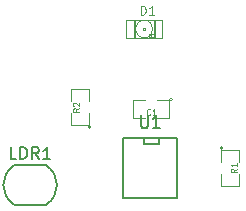
<source format=gto>
G04 (created by PCBNEW (2013-07-07 BZR 4022)-stable) date 2/02/2014 9:55:01 p.m.*
%MOIN*%
G04 Gerber Fmt 3.4, Leading zero omitted, Abs format*
%FSLAX34Y34*%
G01*
G70*
G90*
G04 APERTURE LIST*
%ADD10C,0.00590551*%
%ADD11C,0.005*%
%ADD12C,0.0026*%
%ADD13C,0.004*%
%ADD14C,0.0039*%
%ADD15C,0.0035*%
%ADD16C,0.0043*%
G04 APERTURE END LIST*
G54D10*
G54D11*
X62199Y-40023D02*
X62199Y-42023D01*
X62199Y-42023D02*
X60399Y-42023D01*
X60399Y-42023D02*
X60399Y-40023D01*
X60399Y-40023D02*
X62199Y-40023D01*
X61599Y-40023D02*
X61599Y-40223D01*
X61599Y-40223D02*
X61099Y-40223D01*
X61099Y-40223D02*
X61099Y-40023D01*
G54D12*
X61061Y-36439D02*
X61139Y-36439D01*
X61139Y-36439D02*
X61139Y-36361D01*
X61061Y-36361D02*
X61139Y-36361D01*
X61061Y-36439D02*
X61061Y-36361D01*
X61277Y-36675D02*
X61414Y-36675D01*
X61414Y-36675D02*
X61414Y-36577D01*
X61277Y-36577D02*
X61414Y-36577D01*
X61277Y-36675D02*
X61277Y-36577D01*
X61414Y-36675D02*
X61454Y-36675D01*
X61454Y-36675D02*
X61454Y-36204D01*
X61414Y-36204D02*
X61454Y-36204D01*
X61414Y-36675D02*
X61414Y-36204D01*
X61414Y-36184D02*
X61454Y-36184D01*
X61454Y-36184D02*
X61454Y-36125D01*
X61414Y-36125D02*
X61454Y-36125D01*
X61414Y-36184D02*
X61414Y-36125D01*
X60746Y-36675D02*
X60786Y-36675D01*
X60786Y-36675D02*
X60786Y-36204D01*
X60746Y-36204D02*
X60786Y-36204D01*
X60746Y-36675D02*
X60746Y-36204D01*
X60746Y-36184D02*
X60786Y-36184D01*
X60786Y-36184D02*
X60786Y-36125D01*
X60746Y-36125D02*
X60786Y-36125D01*
X60746Y-36184D02*
X60746Y-36125D01*
X61277Y-36675D02*
X61336Y-36675D01*
X61336Y-36675D02*
X61336Y-36577D01*
X61277Y-36577D02*
X61336Y-36577D01*
X61277Y-36675D02*
X61277Y-36577D01*
G54D13*
X61710Y-36695D02*
X60490Y-36695D01*
X60490Y-36695D02*
X60490Y-36105D01*
X60490Y-36105D02*
X61710Y-36105D01*
X61710Y-36105D02*
X61710Y-36695D01*
X60884Y-36596D02*
G75*
G03X61316Y-36595I215J196D01*
G74*
G01*
X60884Y-36203D02*
G75*
G03X60883Y-36595I215J-196D01*
G74*
G01*
X61315Y-36203D02*
G75*
G03X60883Y-36204I-215J-196D01*
G74*
G01*
X61315Y-36596D02*
G75*
G03X61316Y-36204I-215J196D01*
G74*
G01*
G54D10*
X56776Y-40937D02*
G75*
G03X56787Y-42269I405J-662D01*
G74*
G01*
X57823Y-42262D02*
G75*
G03X57812Y-40930I-405J662D01*
G74*
G01*
X56788Y-40930D02*
X57811Y-40930D01*
X57811Y-42269D02*
X56788Y-42269D01*
G54D14*
X62038Y-38755D02*
G75*
G03X62038Y-38755I-50J0D01*
G74*
G01*
X61538Y-38755D02*
X61938Y-38755D01*
X61938Y-38755D02*
X61938Y-39355D01*
X61938Y-39355D02*
X61538Y-39355D01*
X61138Y-39355D02*
X60738Y-39355D01*
X60738Y-39355D02*
X60738Y-38755D01*
X60738Y-38755D02*
X61138Y-38755D01*
X63726Y-40373D02*
G75*
G03X63726Y-40373I-50J0D01*
G74*
G01*
X63676Y-40823D02*
X63676Y-40423D01*
X63676Y-40423D02*
X64276Y-40423D01*
X64276Y-40423D02*
X64276Y-40823D01*
X64276Y-41223D02*
X64276Y-41623D01*
X64276Y-41623D02*
X63676Y-41623D01*
X63676Y-41623D02*
X63676Y-41223D01*
X59326Y-39665D02*
G75*
G03X59326Y-39665I-50J0D01*
G74*
G01*
X59276Y-39215D02*
X59276Y-39615D01*
X59276Y-39615D02*
X58676Y-39615D01*
X58676Y-39615D02*
X58676Y-39215D01*
X58676Y-38815D02*
X58676Y-38415D01*
X58676Y-38415D02*
X59276Y-38415D01*
X59276Y-38415D02*
X59276Y-38815D01*
G54D11*
X60994Y-39259D02*
X60994Y-39623D01*
X61013Y-39666D01*
X61032Y-39688D01*
X61070Y-39709D01*
X61146Y-39709D01*
X61184Y-39688D01*
X61203Y-39666D01*
X61223Y-39623D01*
X61223Y-39259D01*
X61623Y-39709D02*
X61394Y-39709D01*
X61508Y-39709D02*
X61508Y-39259D01*
X61470Y-39323D01*
X61432Y-39366D01*
X61394Y-39388D01*
G54D15*
X60978Y-35921D02*
X60978Y-35621D01*
X61050Y-35621D01*
X61092Y-35635D01*
X61121Y-35664D01*
X61135Y-35692D01*
X61150Y-35750D01*
X61150Y-35792D01*
X61135Y-35850D01*
X61121Y-35878D01*
X61092Y-35907D01*
X61050Y-35921D01*
X60978Y-35921D01*
X61435Y-35921D02*
X61264Y-35921D01*
X61350Y-35921D02*
X61350Y-35621D01*
X61321Y-35664D01*
X61292Y-35692D01*
X61264Y-35707D01*
G54D10*
X56840Y-40735D02*
X56653Y-40735D01*
X56653Y-40342D01*
X56971Y-40735D02*
X56971Y-40342D01*
X57065Y-40342D01*
X57121Y-40360D01*
X57159Y-40398D01*
X57178Y-40435D01*
X57196Y-40510D01*
X57196Y-40567D01*
X57178Y-40641D01*
X57159Y-40679D01*
X57121Y-40716D01*
X57065Y-40735D01*
X56971Y-40735D01*
X57590Y-40735D02*
X57459Y-40548D01*
X57365Y-40735D02*
X57365Y-40342D01*
X57515Y-40342D01*
X57553Y-40360D01*
X57571Y-40379D01*
X57590Y-40417D01*
X57590Y-40473D01*
X57571Y-40510D01*
X57553Y-40529D01*
X57515Y-40548D01*
X57365Y-40548D01*
X57965Y-40735D02*
X57740Y-40735D01*
X57853Y-40735D02*
X57853Y-40342D01*
X57815Y-40398D01*
X57778Y-40435D01*
X57740Y-40454D01*
G54D16*
X61305Y-39241D02*
X61296Y-39250D01*
X61268Y-39259D01*
X61249Y-39259D01*
X61221Y-39250D01*
X61202Y-39231D01*
X61193Y-39212D01*
X61183Y-39175D01*
X61183Y-39147D01*
X61193Y-39109D01*
X61202Y-39090D01*
X61221Y-39072D01*
X61249Y-39062D01*
X61268Y-39062D01*
X61296Y-39072D01*
X61305Y-39081D01*
X61493Y-39259D02*
X61380Y-39259D01*
X61437Y-39259D02*
X61437Y-39062D01*
X61418Y-39090D01*
X61399Y-39109D01*
X61380Y-39119D01*
X64181Y-41056D02*
X64087Y-41122D01*
X64181Y-41169D02*
X63984Y-41169D01*
X63984Y-41093D01*
X63993Y-41075D01*
X64002Y-41065D01*
X64021Y-41056D01*
X64049Y-41056D01*
X64068Y-41065D01*
X64077Y-41075D01*
X64087Y-41093D01*
X64087Y-41169D01*
X64181Y-40868D02*
X64181Y-40981D01*
X64181Y-40925D02*
X63984Y-40925D01*
X64012Y-40943D01*
X64031Y-40962D01*
X64040Y-40981D01*
X58931Y-39048D02*
X58837Y-39114D01*
X58931Y-39161D02*
X58734Y-39161D01*
X58734Y-39086D01*
X58743Y-39067D01*
X58752Y-39057D01*
X58771Y-39048D01*
X58799Y-39048D01*
X58818Y-39057D01*
X58827Y-39067D01*
X58837Y-39086D01*
X58837Y-39161D01*
X58752Y-38973D02*
X58743Y-38964D01*
X58734Y-38945D01*
X58734Y-38898D01*
X58743Y-38879D01*
X58752Y-38870D01*
X58771Y-38860D01*
X58790Y-38860D01*
X58818Y-38870D01*
X58931Y-38982D01*
X58931Y-38860D01*
M02*

</source>
